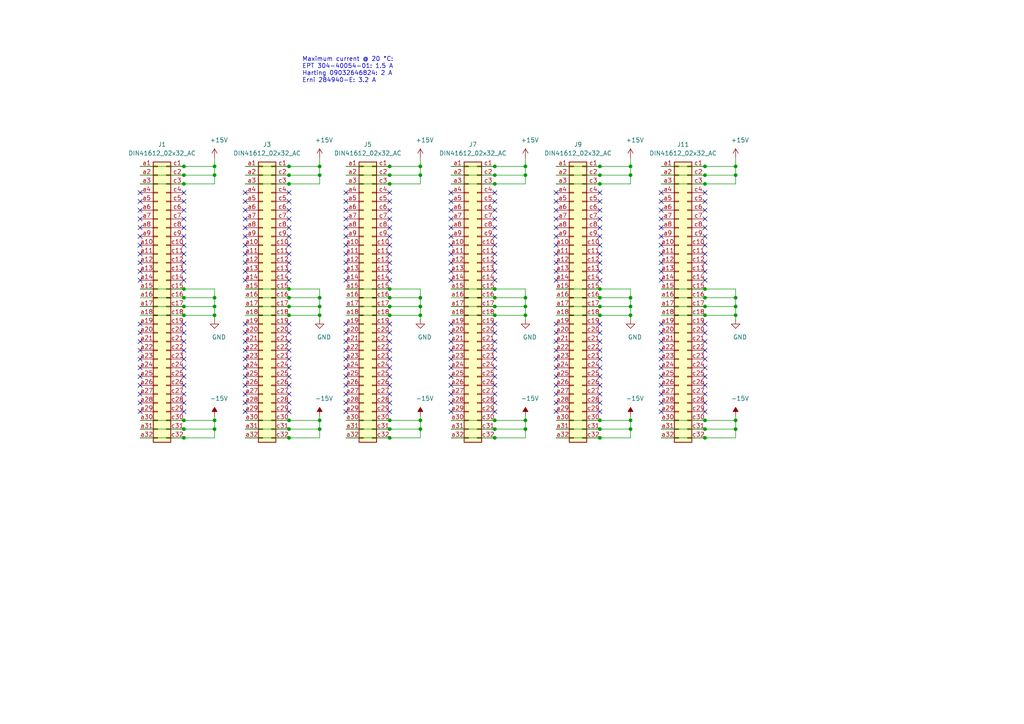
<source format=kicad_sch>
(kicad_sch (version 20230121) (generator eeschema)
  (paper "A4")
  (title_block (title "Fischer HB ME 14 DIN connector configuration") (date "2023-10-06") (rev "2.0.0") (comment 1 "Copyright (©) 2023, Patrick Baus <patrick.baus@physik.tu-darmstadt.de>") (comment 2 "Licensed under CERN OHL v.1.2"))
  (lib_symbols
    (symbol "Connector:DIN41612_02x32_AC" (pin_names (offset 1.016) hide)
      (property "Reference" "J" (at 1.27 40.64 0))
      (property "Value" "DIN41612_02x32_AC" (at 1.27 -43.18 0))
      (symbol "DIN41612_02x32_AC_1_1"
        (rectangle (start -1.27 -40.513) (end 0 -40.767) (stroke (width 0.1524)))
        (rectangle (start -1.27 -37.973) (end 0 -38.227) (stroke (width 0.1524)))
        (rectangle (start -1.27 -35.433) (end 0 -35.687) (stroke (width 0.1524)))
        (rectangle (start -1.27 -32.893) (end 0 -33.147) (stroke (width 0.1524)))
        (rectangle (start -1.27 -30.353) (end 0 -30.607) (stroke (width 0.1524)))
        (rectangle (start -1.27 -27.813) (end 0 -28.067) (stroke (width 0.1524)))
        (rectangle (start -1.27 -25.273) (end 0 -25.527) (stroke (width 0.1524)))
        (rectangle (start -1.27 -22.733) (end 0 -22.987) (stroke (width 0.1524)))
        (rectangle (start -1.27 -20.193) (end 0 -20.447) (stroke (width 0.1524)))
        (rectangle (start -1.27 -17.653) (end 0 -17.907) (stroke (width 0.1524)))
        (rectangle (start -1.27 -15.113) (end 0 -15.367) (stroke (width 0.1524)))
        (rectangle (start -1.27 -12.573) (end 0 -12.827) (stroke (width 0.1524)))
        (rectangle (start -1.27 -10.033) (end 0 -10.287) (stroke (width 0.1524)))
        (rectangle (start -1.27 -7.493) (end 0 -7.747) (stroke (width 0.1524)))
        (rectangle (start -1.27 -4.953) (end 0 -5.207) (stroke (width 0.1524)))
        (rectangle (start -1.27 -2.413) (end 0 -2.667) (stroke (width 0.1524)))
        (rectangle (start -1.27 0.127) (end 0 -0.127) (stroke (width 0.1524)))
        (rectangle (start -1.27 2.667) (end 0 2.413) (stroke (width 0.1524)))
        (rectangle (start -1.27 5.207) (end 0 4.953) (stroke (width 0.1524)))
        (rectangle (start -1.27 7.747) (end 0 7.493) (stroke (width 0.1524)))
        (rectangle (start -1.27 10.287) (end 0 10.033) (stroke (width 0.1524)))
        (rectangle (start -1.27 12.827) (end 0 12.573) (stroke (width 0.1524)))
        (rectangle (start -1.27 15.367) (end 0 15.113) (stroke (width 0.1524)))
        (rectangle (start -1.27 17.907) (end 0 17.653) (stroke (width 0.1524)))
        (rectangle (start -1.27 20.447) (end 0 20.193) (stroke (width 0.1524)))
        (rectangle (start -1.27 22.987) (end 0 22.733) (stroke (width 0.1524)))
        (rectangle (start -1.27 25.527) (end 0 25.273) (stroke (width 0.1524)))
        (rectangle (start -1.27 28.067) (end 0 27.813) (stroke (width 0.1524)))
        (rectangle (start -1.27 30.607) (end 0 30.353) (stroke (width 0.1524)))
        (rectangle (start -1.27 33.147) (end 0 32.893) (stroke (width 0.1524)))
        (rectangle (start -1.27 35.687) (end 0 35.433) (stroke (width 0.1524)))
        (rectangle (start -1.27 38.227) (end 0 37.973) (stroke (width 0.1524)))
        (rectangle (start -1.27 39.37) (end 3.81 -41.91) (stroke (width 0.254)) (fill (type background)))
        (rectangle (start 3.81 -40.513) (end 2.54 -40.767) (stroke (width 0.1524)))
        (rectangle (start 3.81 -37.973) (end 2.54 -38.227) (stroke (width 0.1524)))
        (rectangle (start 3.81 -35.433) (end 2.54 -35.687) (stroke (width 0.1524)))
        (rectangle (start 3.81 -32.893) (end 2.54 -33.147) (stroke (width 0.1524)))
        (rectangle (start 3.81 -30.353) (end 2.54 -30.607) (stroke (width 0.1524)))
        (rectangle (start 3.81 -27.813) (end 2.54 -28.067) (stroke (width 0.1524)))
        (rectangle (start 3.81 -25.273) (end 2.54 -25.527) (stroke (width 0.1524)))
        (rectangle (start 3.81 -22.733) (end 2.54 -22.987) (stroke (width 0.1524)))
        (rectangle (start 3.81 -20.193) (end 2.54 -20.447) (stroke (width 0.1524)))
        (rectangle (start 3.81 -17.653) (end 2.54 -17.907) (stroke (width 0.1524)))
        (rectangle (start 3.81 -15.113) (end 2.54 -15.367) (stroke (width 0.1524)))
        (rectangle (start 3.81 -12.573) (end 2.54 -12.827) (stroke (width 0.1524)))
        (rectangle (start 3.81 -10.033) (end 2.54 -10.287) (stroke (width 0.1524)))
        (rectangle (start 3.81 -7.493) (end 2.54 -7.747) (stroke (width 0.1524)))
        (rectangle (start 3.81 -4.953) (end 2.54 -5.207) (stroke (width 0.1524)))
        (rectangle (start 3.81 -2.413) (end 2.54 -2.667) (stroke (width 0.1524)))
        (rectangle (start 3.81 0.127) (end 2.54 -0.127) (stroke (width 0.1524)))
        (rectangle (start 3.81 2.667) (end 2.54 2.413) (stroke (width 0.1524)))
        (rectangle (start 3.81 5.207) (end 2.54 4.953) (stroke (width 0.1524)))
        (rectangle (start 3.81 7.747) (end 2.54 7.493) (stroke (width 0.1524)))
        (rectangle (start 3.81 10.287) (end 2.54 10.033) (stroke (width 0.1524)))
        (rectangle (start 3.81 12.827) (end 2.54 12.573) (stroke (width 0.1524)))
        (rectangle (start 3.81 15.367) (end 2.54 15.113) (stroke (width 0.1524)))
        (rectangle (start 3.81 17.907) (end 2.54 17.653) (stroke (width 0.1524)))
        (rectangle (start 3.81 20.447) (end 2.54 20.193) (stroke (width 0.1524)))
        (rectangle (start 3.81 22.987) (end 2.54 22.733) (stroke (width 0.1524)))
        (rectangle (start 3.81 25.527) (end 2.54 25.273) (stroke (width 0.1524)))
        (rectangle (start 3.81 28.067) (end 2.54 27.813) (stroke (width 0.1524)))
        (rectangle (start 3.81 30.607) (end 2.54 30.353) (stroke (width 0.1524)))
        (rectangle (start 3.81 33.147) (end 2.54 32.893) (stroke (width 0.1524)))
        (rectangle (start 3.81 35.687) (end 2.54 35.433) (stroke (width 0.1524)))
        (rectangle (start 3.81 38.227) (end 2.54 37.973) (stroke (width 0.1524)))
        (pin passive line (at -5.08 38.1 0) (length 3.81) (name "Pin_a1") (number "a1"))
        (pin passive line (at -5.08 15.24 0) (length 3.81) (name "Pin_a10") (number "a10"))
        (pin passive line (at -5.08 12.7 0) (length 3.81) (name "Pin_a11") (number "a11"))
        (pin passive line (at -5.08 10.16 0) (length 3.81) (name "Pin_a12") (number "a12"))
        (pin passive line (at -5.08 7.62 0) (length 3.81) (name "Pin_a13") (number "a13"))
        (pin passive line (at -5.08 5.08 0) (length 3.81) (name "Pin_a14") (number "a14"))
        (pin passive line (at -5.08 2.54 0) (length 3.81) (name "Pin_a15") (number "a15"))
        (pin passive line (at -5.08 0 0) (length 3.81) (name "Pin_a16") (number "a16"))
        (pin passive line (at -5.08 -2.54 0) (length 3.81) (name "Pin_a17") (number "a17"))
        (pin passive line (at -5.08 -5.08 0) (length 3.81) (name "Pin_a18") (number "a18"))
        (pin passive line (at -5.08 -7.62 0) (length 3.81) (name "Pin_a19") (number "a19"))
        (pin passive line (at -5.08 35.56 0) (length 3.81) (name "Pin_a2") (number "a2"))
        (pin passive line (at -5.08 -10.16 0) (length 3.81) (name "Pin_a20") (number "a20"))
        (pin passive line (at -5.08 -12.7 0) (length 3.81) (name "Pin_a21") (number "a21"))
        (pin passive line (at -5.08 -15.24 0) (length 3.81) (name "Pin_a22") (number "a22"))
        (pin passive line (at -5.08 -17.78 0) (length 3.81) (name "Pin_a23") (number "a23"))
        (pin passive line (at -5.08 -20.32 0) (length 3.81) (name "Pin_a24") (number "a24"))
        (pin passive line (at -5.08 -22.86 0) (length 3.81) (name "Pin_a25") (number "a25"))
        (pin passive line (at -5.08 -25.4 0) (length 3.81) (name "Pin_a26") (number "a26"))
        (pin passive line (at -5.08 -27.94 0) (length 3.81) (name "Pin_a27") (number "a27"))
        (pin passive line (at -5.08 -30.48 0) (length 3.81) (name "Pin_a28") (number "a28"))
        (pin passive line (at -5.08 -33.02 0) (length 3.81) (name "Pin_a29") (number "a29"))
        (pin passive line (at -5.08 33.02 0) (length 3.81) (name "Pin_a3") (number "a3"))
        (pin passive line (at -5.08 -35.56 0) (length 3.81) (name "Pin_a30") (number "a30"))
        (pin passive line (at -5.08 -38.1 0) (length 3.81) (name "Pin_a31") (number "a31"))
        (pin passive line (at -5.08 -40.64 0) (length 3.81) (name "Pin_a32") (number "a32"))
        (pin passive line (at -5.08 30.48 0) (length 3.81) (name "Pin_a4") (number "a4"))
        (pin passive line (at -5.08 27.94 0) (length 3.81) (name "Pin_a5") (number "a5"))
        (pin passive line (at -5.08 25.4 0) (length 3.81) (name "Pin_a6") (number "a6"))
        (pin passive line (at -5.08 22.86 0) (length 3.81) (name "Pin_a7") (number "a7"))
        (pin passive line (at -5.08 20.32 0) (length 3.81) (name "Pin_a8") (number "a8"))
        (pin passive line (at -5.08 17.78 0) (length 3.81) (name "Pin_a9") (number "a9"))
        (pin passive line (at 7.62 38.1 180) (length 3.81) (name "Pin_c1") (number "c1"))
        (pin passive line (at 7.62 15.24 180) (length 3.81) (name "Pin_c10") (number "c10"))
        (pin passive line (at 7.62 12.7 180) (length 3.81) (name "Pin_c11") (number "c11"))
        (pin passive line (at 7.62 10.16 180) (length 3.81) (name "Pin_c12") (number "c12"))
        (pin passive line (at 7.62 7.62 180) (length 3.81) (name "Pin_c13") (number "c13"))
        (pin passive line (at 7.62 5.08 180) (length 3.81) (name "Pin_c14") (number "c14"))
        (pin passive line (at 7.62 2.54 180) (length 3.81) (name "Pin_c15") (number "c15"))
        (pin passive line (at 7.62 0 180) (length 3.81) (name "Pin_c16") (number "c16"))
        (pin passive line (at 7.62 -2.54 180) (length 3.81) (name "Pin_c17") (number "c17"))
        (pin passive line (at 7.62 -5.08 180) (length 3.81) (name "Pin_c18") (number "c18"))
        (pin passive line (at 7.62 -7.62 180) (length 3.81) (name "Pin_c19") (number "c19"))
        (pin passive line (at 7.62 35.56 180) (length 3.81) (name "Pin_c2") (number "c2"))
        (pin passive line (at 7.62 -10.16 180) (length 3.81) (name "Pin_c20") (number "c20"))
        (pin passive line (at 7.62 -12.7 180) (length 3.81) (name "Pin_c21") (number "c21"))
        (pin passive line (at 7.62 -15.24 180) (length 3.81) (name "Pin_c22") (number "c22"))
        (pin passive line (at 7.62 -17.78 180) (length 3.81) (name "Pin_c23") (number "c23"))
        (pin passive line (at 7.62 -20.32 180) (length 3.81) (name "Pin_c24") (number "c24"))
        (pin passive line (at 7.62 -22.86 180) (length 3.81) (name "Pin_c25") (number "c25"))
        (pin passive line (at 7.62 -25.4 180) (length 3.81) (name "Pin_c26") (number "c26"))
        (pin passive line (at 7.62 -27.94 180) (length 3.81) (name "Pin_c27") (number "c27"))
        (pin passive line (at 7.62 -30.48 180) (length 3.81) (name "Pin_c28") (number "c28"))
        (pin passive line (at 7.62 -33.02 180) (length 3.81) (name "Pin_c29") (number "c29"))
        (pin passive line (at 7.62 33.02 180) (length 3.81) (name "Pin_c3") (number "c3"))
        (pin passive line (at 7.62 -35.56 180) (length 3.81) (name "Pin_c30") (number "c30"))
        (pin passive line (at 7.62 -38.1 180) (length 3.81) (name "Pin_c31") (number "c31"))
        (pin passive line (at 7.62 -40.64 180) (length 3.81) (name "Pin_c32") (number "c32"))
        (pin passive line (at 7.62 30.48 180) (length 3.81) (name "Pin_c4") (number "c4"))
        (pin passive line (at 7.62 27.94 180) (length 3.81) (name "Pin_c5") (number "c5"))
        (pin passive line (at 7.62 25.4 180) (length 3.81) (name "Pin_c6") (number "c6"))
        (pin passive line (at 7.62 22.86 180) (length 3.81) (name "Pin_c7") (number "c7"))
        (pin passive line (at 7.62 20.32 180) (length 3.81) (name "Pin_c8") (number "c8"))
        (pin passive line (at 7.62 17.78 180) (length 3.81) (name "Pin_c9") (number "c9"))
      )
    )
    (symbol "power:+15V" (power) (pin_names (offset 0))
      (property "Value" "+15V" (at 0 3.556 0))
      (symbol "+15V_0_1"
        (polyline (pts (xy -0.762 1.27) (xy 0 2.54)))
        (polyline (pts (xy 0 0) (xy 0 2.54)))
        (polyline (pts (xy 0 2.54) (xy 0.762 1.27)))
      )
      (symbol "+15V_1_1"
        (pin power_in line (at 0 0 90) (length 0) hide (name "+15V") (number "1"))
      )
    )
    (symbol "power:-15V" (power) (pin_names (offset 0))
      (property "Value" "-15V" (at 0 3.81 0))
      (symbol "-15V_0_0"
        (pin power_in line (at 0 0 90) (length 0) hide (name "-15V") (number "1"))
      )
      (symbol "-15V_0_1"
        (polyline (pts (xy 0 0) (xy 0 1.27) (xy 0.762 1.27) (xy 0 2.54) (xy -0.762 1.27) (xy 0 1.27)) (fill (type outline)))
      )
    )
    (symbol "power:GND" (power) (pin_names (offset 0))
      (property "Value" "GND" (at 0 -3.81 0))
      (symbol "GND_0_1"
        (polyline (pts (xy 0 0) (xy 0 -1.27) (xy 1.27 -1.27) (xy 0 -2.54) (xy -1.27 -1.27) (xy 0 -1.27)))
      )
      (symbol "GND_1_1"
        (pin power_in line (at 0 0 270) (length 0) hide (name "GND") (number "1"))
      )
    )
  )
  (junction (at 143.51 121.92))
  (junction (at 173.99 83.82))
  (junction (at 53.34 83.82))
  (junction (at 113.03 121.92))
  (junction (at 53.34 53.34))
  (junction (at 62.23 48.26))
  (junction (at 83.82 91.44))
  (junction (at 53.34 48.26))
  (junction (at 173.99 124.46))
  (junction (at 83.82 88.9))
  (junction (at 204.47 121.92))
  (junction (at 121.92 124.46))
  (junction (at 204.47 83.82))
  (junction (at 62.23 86.36))
  (junction (at 92.71 121.92))
  (junction (at 92.71 86.36))
  (junction (at 204.47 53.34))
  (junction (at 143.51 50.8))
  (junction (at 113.03 88.9))
  (junction (at 182.88 91.44))
  (junction (at 121.92 91.44))
  (junction (at 53.34 88.9))
  (junction (at 113.03 124.46))
  (junction (at 143.51 83.82))
  (junction (at 152.4 121.92))
  (junction (at 113.03 86.36))
  (junction (at 143.51 53.34))
  (junction (at 204.47 88.9))
  (junction (at 83.82 127))
  (junction (at 53.34 127))
  (junction (at 92.71 48.26))
  (junction (at 62.23 88.9))
  (junction (at 152.4 48.26))
  (junction (at 152.4 86.36))
  (junction (at 62.23 50.8))
  (junction (at 143.51 88.9))
  (junction (at 173.99 50.8))
  (junction (at 53.34 86.36))
  (junction (at 113.03 127))
  (junction (at 83.82 53.34))
  (junction (at 173.99 127))
  (junction (at 204.47 124.46))
  (junction (at 152.4 50.8))
  (junction (at 62.23 91.44))
  (junction (at 152.4 91.44))
  (junction (at 53.34 124.46))
  (junction (at 182.88 124.46))
  (junction (at 152.4 88.9))
  (junction (at 121.92 50.8))
  (junction (at 213.36 48.26))
  (junction (at 213.36 50.8))
  (junction (at 213.36 86.36))
  (junction (at 204.47 50.8))
  (junction (at 152.4 124.46))
  (junction (at 143.51 48.26))
  (junction (at 143.51 86.36))
  (junction (at 113.03 50.8))
  (junction (at 121.92 88.9))
  (junction (at 83.82 124.46))
  (junction (at 173.99 48.26))
  (junction (at 143.51 91.44))
  (junction (at 204.47 91.44))
  (junction (at 173.99 88.9))
  (junction (at 92.71 91.44))
  (junction (at 121.92 48.26))
  (junction (at 143.51 127))
  (junction (at 92.71 124.46))
  (junction (at 204.47 48.26))
  (junction (at 83.82 121.92))
  (junction (at 113.03 53.34))
  (junction (at 182.88 121.92))
  (junction (at 83.82 83.82))
  (junction (at 62.23 124.46))
  (junction (at 182.88 88.9))
  (junction (at 121.92 121.92))
  (junction (at 182.88 50.8))
  (junction (at 173.99 86.36))
  (junction (at 204.47 86.36))
  (junction (at 113.03 83.82))
  (junction (at 213.36 88.9))
  (junction (at 53.34 50.8))
  (junction (at 83.82 50.8))
  (junction (at 213.36 121.92))
  (junction (at 53.34 121.92))
  (junction (at 182.88 48.26))
  (junction (at 173.99 91.44))
  (junction (at 113.03 48.26))
  (junction (at 53.34 91.44))
  (junction (at 182.88 86.36))
  (junction (at 62.23 121.92))
  (junction (at 113.03 91.44))
  (junction (at 173.99 121.92))
  (junction (at 143.51 124.46))
  (junction (at 83.82 48.26))
  (junction (at 92.71 88.9))
  (junction (at 213.36 91.44))
  (junction (at 83.82 86.36))
  (junction (at 121.92 86.36))
  (junction (at 173.99 53.34))
  (junction (at 92.71 50.8))
  (junction (at 213.36 124.46))
  (junction (at 204.47 127))
  (no_connect (at 143.51 63.5))
  (no_connect (at 53.34 104.14))
  (no_connect (at 161.29 73.66))
  (no_connect (at 173.99 116.84))
  (no_connect (at 83.82 119.38))
  (no_connect (at 53.34 109.22))
  (no_connect (at 143.51 66.04))
  (no_connect (at 130.81 104.14))
  (no_connect (at 130.81 101.6))
  (no_connect (at 83.82 55.88))
  (no_connect (at 191.77 78.74))
  (no_connect (at 100.33 116.84))
  (no_connect (at 53.34 78.74))
  (no_connect (at 53.34 96.52))
  (no_connect (at 191.77 114.3))
  (no_connect (at 173.99 119.38))
  (no_connect (at 161.29 96.52))
  (no_connect (at 100.33 55.88))
  (no_connect (at 100.33 71.12))
  (no_connect (at 71.12 78.74))
  (no_connect (at 130.81 114.3))
  (no_connect (at 191.77 81.28))
  (no_connect (at 130.81 60.96))
  (no_connect (at 173.99 63.5))
  (no_connect (at 83.82 81.28))
  (no_connect (at 143.51 58.42))
  (no_connect (at 71.12 101.6))
  (no_connect (at 204.47 106.68))
  (no_connect (at 161.29 111.76))
  (no_connect (at 83.82 73.66))
  (no_connect (at 143.51 99.06))
  (no_connect (at 40.64 81.28))
  (no_connect (at 53.34 114.3))
  (no_connect (at 83.82 68.58))
  (no_connect (at 71.12 55.88))
  (no_connect (at 191.77 119.38))
  (no_connect (at 53.34 71.12))
  (no_connect (at 191.77 76.2))
  (no_connect (at 161.29 119.38))
  (no_connect (at 40.64 114.3))
  (no_connect (at 83.82 101.6))
  (no_connect (at 53.34 93.98))
  (no_connect (at 173.99 101.6))
  (no_connect (at 113.03 101.6))
  (no_connect (at 204.47 114.3))
  (no_connect (at 161.29 76.2))
  (no_connect (at 143.51 60.96))
  (no_connect (at 191.77 104.14))
  (no_connect (at 71.12 104.14))
  (no_connect (at 40.64 101.6))
  (no_connect (at 83.82 78.74))
  (no_connect (at 100.33 104.14))
  (no_connect (at 71.12 81.28))
  (no_connect (at 191.77 66.04))
  (no_connect (at 173.99 109.22))
  (no_connect (at 100.33 73.66))
  (no_connect (at 130.81 66.04))
  (no_connect (at 71.12 71.12))
  (no_connect (at 113.03 71.12))
  (no_connect (at 40.64 78.74))
  (no_connect (at 143.51 71.12))
  (no_connect (at 113.03 114.3))
  (no_connect (at 113.03 55.88))
  (no_connect (at 204.47 63.5))
  (no_connect (at 161.29 63.5))
  (no_connect (at 161.29 71.12))
  (no_connect (at 113.03 93.98))
  (no_connect (at 113.03 73.66))
  (no_connect (at 143.51 81.28))
  (no_connect (at 143.51 101.6))
  (no_connect (at 100.33 66.04))
  (no_connect (at 130.81 109.22))
  (no_connect (at 53.34 73.66))
  (no_connect (at 100.33 93.98))
  (no_connect (at 71.12 99.06))
  (no_connect (at 40.64 104.14))
  (no_connect (at 53.34 119.38))
  (no_connect (at 83.82 71.12))
  (no_connect (at 100.33 119.38))
  (no_connect (at 113.03 104.14))
  (no_connect (at 173.99 114.3))
  (no_connect (at 191.77 101.6))
  (no_connect (at 71.12 60.96))
  (no_connect (at 71.12 58.42))
  (no_connect (at 191.77 116.84))
  (no_connect (at 191.77 96.52))
  (no_connect (at 113.03 68.58))
  (no_connect (at 204.47 76.2))
  (no_connect (at 130.81 81.28))
  (no_connect (at 191.77 68.58))
  (no_connect (at 130.81 73.66))
  (no_connect (at 161.29 109.22))
  (no_connect (at 161.29 106.68))
  (no_connect (at 204.47 104.14))
  (no_connect (at 161.29 66.04))
  (no_connect (at 143.51 68.58))
  (no_connect (at 100.33 96.52))
  (no_connect (at 113.03 109.22))
  (no_connect (at 53.34 99.06))
  (no_connect (at 130.81 68.58))
  (no_connect (at 161.29 55.88))
  (no_connect (at 40.64 73.66))
  (no_connect (at 40.64 71.12))
  (no_connect (at 173.99 73.66))
  (no_connect (at 40.64 76.2))
  (no_connect (at 130.81 119.38))
  (no_connect (at 143.51 55.88))
  (no_connect (at 191.77 109.22))
  (no_connect (at 53.34 81.28))
  (no_connect (at 100.33 68.58))
  (no_connect (at 173.99 99.06))
  (no_connect (at 143.51 96.52))
  (no_connect (at 83.82 93.98))
  (no_connect (at 100.33 58.42))
  (no_connect (at 130.81 63.5))
  (no_connect (at 40.64 119.38))
  (no_connect (at 204.47 111.76))
  (no_connect (at 130.81 55.88))
  (no_connect (at 71.12 73.66))
  (no_connect (at 71.12 111.76))
  (no_connect (at 40.64 99.06))
  (no_connect (at 53.34 116.84))
  (no_connect (at 173.99 76.2))
  (no_connect (at 173.99 93.98))
  (no_connect (at 143.51 114.3))
  (no_connect (at 173.99 78.74))
  (no_connect (at 130.81 96.52))
  (no_connect (at 40.64 68.58))
  (no_connect (at 204.47 99.06))
  (no_connect (at 113.03 60.96))
  (no_connect (at 53.34 58.42))
  (no_connect (at 53.34 101.6))
  (no_connect (at 143.51 93.98))
  (no_connect (at 130.81 78.74))
  (no_connect (at 130.81 71.12))
  (no_connect (at 191.77 106.68))
  (no_connect (at 204.47 96.52))
  (no_connect (at 40.64 111.76))
  (no_connect (at 71.12 119.38))
  (no_connect (at 173.99 71.12))
  (no_connect (at 113.03 111.76))
  (no_connect (at 173.99 81.28))
  (no_connect (at 113.03 58.42))
  (no_connect (at 130.81 93.98))
  (no_connect (at 130.81 111.76))
  (no_connect (at 71.12 68.58))
  (no_connect (at 204.47 55.88))
  (no_connect (at 83.82 96.52))
  (no_connect (at 161.29 81.28))
  (no_connect (at 204.47 109.22))
  (no_connect (at 161.29 101.6))
  (no_connect (at 100.33 101.6))
  (no_connect (at 204.47 58.42))
  (no_connect (at 161.29 114.3))
  (no_connect (at 40.64 106.68))
  (no_connect (at 161.29 68.58))
  (no_connect (at 143.51 111.76))
  (no_connect (at 53.34 68.58))
  (no_connect (at 161.29 116.84))
  (no_connect (at 191.77 99.06))
  (no_connect (at 71.12 116.84))
  (no_connect (at 191.77 55.88))
  (no_connect (at 161.29 78.74))
  (no_connect (at 113.03 116.84))
  (no_connect (at 100.33 114.3))
  (no_connect (at 83.82 66.04))
  (no_connect (at 204.47 101.6))
  (no_connect (at 191.77 63.5))
  (no_connect (at 161.29 58.42))
  (no_connect (at 204.47 60.96))
  (no_connect (at 191.77 60.96))
  (no_connect (at 143.51 109.22))
  (no_connect (at 113.03 96.52))
  (no_connect (at 53.34 63.5))
  (no_connect (at 83.82 111.76))
  (no_connect (at 71.12 114.3))
  (no_connect (at 204.47 73.66))
  (no_connect (at 191.77 93.98))
  (no_connect (at 83.82 116.84))
  (no_connect (at 100.33 111.76))
  (no_connect (at 191.77 71.12))
  (no_connect (at 204.47 78.74))
  (no_connect (at 53.34 60.96))
  (no_connect (at 130.81 106.68))
  (no_connect (at 71.12 106.68))
  (no_connect (at 40.64 66.04))
  (no_connect (at 53.34 55.88))
  (no_connect (at 100.33 60.96))
  (no_connect (at 130.81 116.84))
  (no_connect (at 113.03 99.06))
  (no_connect (at 40.64 93.98))
  (no_connect (at 191.77 111.76))
  (no_connect (at 40.64 58.42))
  (no_connect (at 71.12 63.5))
  (no_connect (at 53.34 106.68))
  (no_connect (at 191.77 73.66))
  (no_connect (at 173.99 66.04))
  (no_connect (at 71.12 93.98))
  (no_connect (at 113.03 106.68))
  (no_connect (at 204.47 93.98))
  (no_connect (at 113.03 76.2))
  (no_connect (at 100.33 63.5))
  (no_connect (at 113.03 81.28))
  (no_connect (at 83.82 60.96))
  (no_connect (at 113.03 78.74))
  (no_connect (at 53.34 66.04))
  (no_connect (at 143.51 78.74))
  (no_connect (at 161.29 104.14))
  (no_connect (at 173.99 111.76))
  (no_connect (at 71.12 96.52))
  (no_connect (at 100.33 78.74))
  (no_connect (at 130.81 99.06))
  (no_connect (at 100.33 81.28))
  (no_connect (at 191.77 58.42))
  (no_connect (at 71.12 66.04))
  (no_connect (at 53.34 76.2))
  (no_connect (at 100.33 106.68))
  (no_connect (at 83.82 104.14))
  (no_connect (at 161.29 60.96))
  (no_connect (at 143.51 76.2))
  (no_connect (at 71.12 76.2))
  (no_connect (at 173.99 96.52))
  (no_connect (at 83.82 114.3))
  (no_connect (at 40.64 96.52))
  (no_connect (at 40.64 109.22))
  (no_connect (at 113.03 119.38))
  (no_connect (at 83.82 106.68))
  (no_connect (at 113.03 63.5))
  (no_connect (at 40.64 63.5))
  (no_connect (at 143.51 116.84))
  (no_connect (at 40.64 55.88))
  (no_connect (at 143.51 73.66))
  (no_connect (at 100.33 99.06))
  (no_connect (at 71.12 109.22))
  (no_connect (at 204.47 66.04))
  (no_connect (at 143.51 104.14))
  (no_connect (at 83.82 63.5))
  (no_connect (at 83.82 76.2))
  (no_connect (at 204.47 71.12))
  (no_connect (at 53.34 111.76))
  (no_connect (at 173.99 104.14))
  (no_connect (at 130.81 58.42))
  (no_connect (at 40.64 60.96))
  (no_connect (at 83.82 99.06))
  (no_connect (at 130.81 76.2))
  (no_connect (at 204.47 116.84))
  (no_connect (at 173.99 106.68))
  (no_connect (at 173.99 55.88))
  (no_connect (at 83.82 58.42))
  (no_connect (at 204.47 68.58))
  (no_connect (at 173.99 58.42))
  (no_connect (at 173.99 68.58))
  (no_connect (at 161.29 93.98))
  (no_connect (at 83.82 109.22))
  (no_connect (at 143.51 119.38))
  (no_connect (at 173.99 60.96))
  (no_connect (at 113.03 66.04))
  (no_connect (at 100.33 109.22))
  (no_connect (at 204.47 81.28))
  (no_connect (at 204.47 119.38))
  (no_connect (at 143.51 106.68))
  (no_connect (at 161.29 99.06))
  (no_connect (at 100.33 76.2))
  (no_connect (at 40.64 116.84))
  (wire (pts (xy 161.29 83.82) (xy 173.99 83.82)))
  (wire (pts (xy 161.29 121.92) (xy 173.99 121.92)))
  (wire (pts (xy 213.36 50.8) (xy 213.36 53.34)))
  (wire (pts (xy 62.23 86.36) (xy 62.23 88.9)))
  (wire (pts (xy 83.82 127) (xy 92.71 127)))
  (wire (pts (xy 204.47 121.92) (xy 213.36 121.92)))
  (wire (pts (xy 53.34 53.34) (xy 62.23 53.34)))
  (wire (pts (xy 113.03 127) (xy 121.92 127)))
  (wire (pts (xy 40.64 88.9) (xy 53.34 88.9)))
  (wire (pts (xy 121.92 91.44) (xy 121.92 92.71)))
  (wire (pts (xy 92.71 45.72) (xy 92.71 48.26)))
  (wire (pts (xy 130.81 53.34) (xy 143.51 53.34)))
  (wire (pts (xy 191.77 50.8) (xy 204.47 50.8)))
  (wire (pts (xy 92.71 88.9) (xy 92.71 91.44)))
  (wire (pts (xy 191.77 91.44) (xy 204.47 91.44)))
  (wire (pts (xy 83.82 91.44) (xy 92.71 91.44)))
  (wire (pts (xy 92.71 48.26) (xy 92.71 50.8)))
  (wire (pts (xy 191.77 86.36) (xy 204.47 86.36)))
  (wire (pts (xy 152.4 88.9) (xy 152.4 91.44)))
  (wire (pts (xy 100.33 83.82) (xy 113.03 83.82)))
  (wire (pts (xy 152.4 121.92) (xy 152.4 124.46)))
  (wire (pts (xy 71.12 124.46) (xy 83.82 124.46)))
  (wire (pts (xy 130.81 121.92) (xy 143.51 121.92)))
  (wire (pts (xy 182.88 50.8) (xy 182.88 53.34)))
  (wire (pts (xy 71.12 88.9) (xy 83.82 88.9)))
  (wire (pts (xy 71.12 83.82) (xy 83.82 83.82)))
  (wire (pts (xy 92.71 120.65) (xy 92.71 121.92)))
  (wire (pts (xy 130.81 83.82) (xy 143.51 83.82)))
  (wire (pts (xy 40.64 48.26) (xy 53.34 48.26)))
  (wire (pts (xy 204.47 48.26) (xy 213.36 48.26)))
  (wire (pts (xy 113.03 91.44) (xy 121.92 91.44)))
  (wire (pts (xy 161.29 86.36) (xy 173.99 86.36)))
  (wire (pts (xy 161.29 48.26) (xy 173.99 48.26)))
  (wire (pts (xy 92.71 86.36) (xy 92.71 88.9)))
  (wire (pts (xy 152.4 124.46) (xy 152.4 127)))
  (wire (pts (xy 204.47 91.44) (xy 213.36 91.44)))
  (wire (pts (xy 53.34 48.26) (xy 62.23 48.26)))
  (wire (pts (xy 143.51 86.36) (xy 152.4 86.36)))
  (wire (pts (xy 182.88 45.72) (xy 182.88 48.26)))
  (wire (pts (xy 40.64 86.36) (xy 53.34 86.36)))
  (wire (pts (xy 83.82 121.92) (xy 92.71 121.92)))
  (wire (pts (xy 182.88 91.44) (xy 182.88 92.71)))
  (wire (pts (xy 143.51 53.34) (xy 152.4 53.34)))
  (wire (pts (xy 121.92 50.8) (xy 121.92 53.34)))
  (wire (pts (xy 100.33 86.36) (xy 113.03 86.36)))
  (wire (pts (xy 204.47 127) (xy 213.36 127)))
  (wire (pts (xy 143.51 48.26) (xy 152.4 48.26)))
  (wire (pts (xy 40.64 91.44) (xy 53.34 91.44)))
  (wire (pts (xy 92.71 50.8) (xy 92.71 53.34)))
  (wire (pts (xy 161.29 91.44) (xy 173.99 91.44)))
  (wire (pts (xy 182.88 86.36) (xy 182.88 88.9)))
  (wire (pts (xy 152.4 45.72) (xy 152.4 48.26)))
  (wire (pts (xy 204.47 86.36) (xy 213.36 86.36)))
  (wire (pts (xy 71.12 53.34) (xy 83.82 53.34)))
  (wire (pts (xy 92.71 91.44) (xy 92.71 92.71)))
  (wire (pts (xy 182.88 120.65) (xy 182.88 121.92)))
  (wire (pts (xy 130.81 48.26) (xy 143.51 48.26)))
  (wire (pts (xy 191.77 121.92) (xy 204.47 121.92)))
  (wire (pts (xy 204.47 124.46) (xy 213.36 124.46)))
  (wire (pts (xy 71.12 127) (xy 83.82 127)))
  (wire (pts (xy 40.64 83.82) (xy 53.34 83.82)))
  (wire (pts (xy 62.23 120.65) (xy 62.23 121.92)))
  (wire (pts (xy 152.4 120.65) (xy 152.4 121.92)))
  (wire (pts (xy 213.36 83.82) (xy 213.36 86.36)))
  (wire (pts (xy 204.47 83.82) (xy 213.36 83.82)))
  (wire (pts (xy 100.33 48.26) (xy 113.03 48.26)))
  (wire (pts (xy 113.03 50.8) (xy 121.92 50.8)))
  (wire (pts (xy 173.99 50.8) (xy 182.88 50.8)))
  (wire (pts (xy 121.92 124.46) (xy 121.92 127)))
  (wire (pts (xy 173.99 53.34) (xy 182.88 53.34)))
  (wire (pts (xy 40.64 50.8) (xy 53.34 50.8)))
  (wire (pts (xy 143.51 124.46) (xy 152.4 124.46)))
  (wire (pts (xy 213.36 48.26) (xy 213.36 50.8)))
  (wire (pts (xy 83.82 53.34) (xy 92.71 53.34)))
  (wire (pts (xy 204.47 50.8) (xy 213.36 50.8)))
  (wire (pts (xy 121.92 45.72) (xy 121.92 48.26)))
  (wire (pts (xy 100.33 91.44) (xy 113.03 91.44)))
  (wire (pts (xy 83.82 124.46) (xy 92.71 124.46)))
  (wire (pts (xy 173.99 86.36) (xy 182.88 86.36)))
  (wire (pts (xy 40.64 124.46) (xy 53.34 124.46)))
  (wire (pts (xy 53.34 91.44) (xy 62.23 91.44)))
  (wire (pts (xy 130.81 91.44) (xy 143.51 91.44)))
  (wire (pts (xy 62.23 45.72) (xy 62.23 48.26)))
  (wire (pts (xy 113.03 53.34) (xy 121.92 53.34)))
  (wire (pts (xy 182.88 121.92) (xy 182.88 124.46)))
  (wire (pts (xy 83.82 48.26) (xy 92.71 48.26)))
  (wire (pts (xy 152.4 86.36) (xy 152.4 88.9)))
  (wire (pts (xy 173.99 48.26) (xy 182.88 48.26)))
  (wire (pts (xy 83.82 86.36) (xy 92.71 86.36)))
  (wire (pts (xy 62.23 48.26) (xy 62.23 50.8)))
  (wire (pts (xy 100.33 53.34) (xy 113.03 53.34)))
  (wire (pts (xy 191.77 83.82) (xy 204.47 83.82)))
  (wire (pts (xy 130.81 88.9) (xy 143.51 88.9)))
  (wire (pts (xy 161.29 88.9) (xy 173.99 88.9)))
  (wire (pts (xy 71.12 121.92) (xy 83.82 121.92)))
  (wire (pts (xy 62.23 88.9) (xy 62.23 91.44)))
  (wire (pts (xy 161.29 53.34) (xy 173.99 53.34)))
  (wire (pts (xy 213.36 86.36) (xy 213.36 88.9)))
  (wire (pts (xy 152.4 48.26) (xy 152.4 50.8)))
  (wire (pts (xy 182.88 88.9) (xy 182.88 91.44)))
  (wire (pts (xy 191.77 127) (xy 204.47 127)))
  (wire (pts (xy 173.99 124.46) (xy 182.88 124.46)))
  (wire (pts (xy 152.4 91.44) (xy 152.4 92.71)))
  (wire (pts (xy 213.36 91.44) (xy 213.36 92.71)))
  (wire (pts (xy 100.33 121.92) (xy 113.03 121.92)))
  (wire (pts (xy 173.99 121.92) (xy 182.88 121.92)))
  (wire (pts (xy 100.33 124.46) (xy 113.03 124.46)))
  (wire (pts (xy 71.12 86.36) (xy 83.82 86.36)))
  (wire (pts (xy 121.92 88.9) (xy 121.92 91.44)))
  (wire (pts (xy 40.64 53.34) (xy 53.34 53.34)))
  (wire (pts (xy 71.12 91.44) (xy 83.82 91.44)))
  (wire (pts (xy 62.23 121.92) (xy 62.23 124.46)))
  (wire (pts (xy 62.23 124.46) (xy 62.23 127)))
  (wire (pts (xy 121.92 86.36) (xy 121.92 88.9)))
  (wire (pts (xy 40.64 121.92) (xy 53.34 121.92)))
  (wire (pts (xy 100.33 50.8) (xy 113.03 50.8)))
  (wire (pts (xy 71.12 50.8) (xy 83.82 50.8)))
  (wire (pts (xy 182.88 83.82) (xy 182.88 86.36)))
  (wire (pts (xy 71.12 48.26) (xy 83.82 48.26)))
  (wire (pts (xy 213.36 88.9) (xy 213.36 91.44)))
  (wire (pts (xy 152.4 83.82) (xy 152.4 86.36)))
  (wire (pts (xy 152.4 50.8) (xy 152.4 53.34)))
  (wire (pts (xy 161.29 50.8) (xy 173.99 50.8)))
  (wire (pts (xy 143.51 127) (xy 152.4 127)))
  (wire (pts (xy 92.71 121.92) (xy 92.71 124.46)))
  (wire (pts (xy 143.51 91.44) (xy 152.4 91.44)))
  (wire (pts (xy 213.36 45.72) (xy 213.36 48.26)))
  (wire (pts (xy 53.34 83.82) (xy 62.23 83.82)))
  (wire (pts (xy 213.36 124.46) (xy 213.36 127)))
  (wire (pts (xy 143.51 83.82) (xy 152.4 83.82)))
  (wire (pts (xy 121.92 121.92) (xy 121.92 124.46)))
  (wire (pts (xy 121.92 83.82) (xy 121.92 86.36)))
  (wire (pts (xy 83.82 50.8) (xy 92.71 50.8)))
  (wire (pts (xy 113.03 86.36) (xy 121.92 86.36)))
  (wire (pts (xy 83.82 88.9) (xy 92.71 88.9)))
  (wire (pts (xy 182.88 124.46) (xy 182.88 127)))
  (wire (pts (xy 161.29 127) (xy 173.99 127)))
  (wire (pts (xy 143.51 88.9) (xy 152.4 88.9)))
  (wire (pts (xy 173.99 83.82) (xy 182.88 83.82)))
  (wire (pts (xy 83.82 83.82) (xy 92.71 83.82)))
  (wire (pts (xy 161.29 124.46) (xy 173.99 124.46)))
  (wire (pts (xy 121.92 48.26) (xy 121.92 50.8)))
  (wire (pts (xy 173.99 127) (xy 182.88 127)))
  (wire (pts (xy 130.81 86.36) (xy 143.51 86.36)))
  (wire (pts (xy 191.77 48.26) (xy 204.47 48.26)))
  (wire (pts (xy 113.03 88.9) (xy 121.92 88.9)))
  (wire (pts (xy 130.81 50.8) (xy 143.51 50.8)))
  (wire (pts (xy 182.88 48.26) (xy 182.88 50.8)))
  (wire (pts (xy 40.64 127) (xy 53.34 127)))
  (wire (pts (xy 191.77 124.46) (xy 204.47 124.46)))
  (wire (pts (xy 173.99 91.44) (xy 182.88 91.44)))
  (wire (pts (xy 113.03 121.92) (xy 121.92 121.92)))
  (wire (pts (xy 121.92 120.65) (xy 121.92 121.92)))
  (wire (pts (xy 53.34 127) (xy 62.23 127)))
  (wire (pts (xy 53.34 121.92) (xy 62.23 121.92)))
  (wire (pts (xy 100.33 127) (xy 113.03 127)))
  (wire (pts (xy 143.51 50.8) (xy 152.4 50.8)))
  (wire (pts (xy 173.99 88.9) (xy 182.88 88.9)))
  (wire (pts (xy 213.36 121.92) (xy 213.36 124.46)))
  (wire (pts (xy 62.23 83.82) (xy 62.23 86.36)))
  (wire (pts (xy 62.23 50.8) (xy 62.23 53.34)))
  (wire (pts (xy 213.36 120.65) (xy 213.36 121.92)))
  (wire (pts (xy 53.34 50.8) (xy 62.23 50.8)))
  (wire (pts (xy 53.34 86.36) (xy 62.23 86.36)))
  (wire (pts (xy 191.77 53.34) (xy 204.47 53.34)))
  (wire (pts (xy 130.81 124.46) (xy 143.51 124.46)))
  (wire (pts (xy 53.34 88.9) (xy 62.23 88.9)))
  (wire (pts (xy 204.47 53.34) (xy 213.36 53.34)))
  (wire (pts (xy 53.34 124.46) (xy 62.23 124.46)))
  (wire (pts (xy 113.03 48.26) (xy 121.92 48.26)))
  (wire (pts (xy 113.03 124.46) (xy 121.92 124.46)))
  (wire (pts (xy 113.03 83.82) (xy 121.92 83.82)))
  (wire (pts (xy 191.77 88.9) (xy 204.47 88.9)))
  (wire (pts (xy 62.23 91.44) (xy 62.23 92.71)))
  (wire (pts (xy 100.33 88.9) (xy 113.03 88.9)))
  (wire (pts (xy 204.47 88.9) (xy 213.36 88.9)))
  (wire (pts (xy 92.71 124.46) (xy 92.71 127)))
  (wire (pts (xy 130.81 127) (xy 143.51 127)))
  (wire (pts (xy 143.51 121.92) (xy 152.4 121.92)))
  (wire (pts (xy 92.71 83.82) (xy 92.71 86.36)))
  (text "Maximum current @ 20 °C:\nEPT 304-40054-01: 1.5 A\nHarting 09032646824: 2 A\nErni 284940-E: 3.2 A\n" (at 87.63 24.13 0) (effects (font (size 1.27 1.27)) (justify left bottom)))
  (symbol (lib_id "Connector:DIN41612_02x32_AC") (at 135.89 86.36 0) (unit 1)
    (property "Reference" "J7" (at 137.16 41.91 0))
    (property "Value" "DIN41612_02x32_AC" (at 137.16 44.45 0))
    (property "Footprint" "Connector_DIN:DIN41612_C_2x32_Female_Vertical_THT" (effects hide))
    (property "Alternative" "Harting 09032646824" (effects hide))
    (property "MFN" "ept" (effects hide))
    (property "Note" "Use performance class 1 (500 mating cycles) or 2 (400 mating cycles), Pin length 2.9mm to 3.4 max" (effects hide))
    (property "PN" "304-40054-01" (effects hide))
    (property "Temperature" "Tstorage = –55 °C to 125 °C" (effects hide))
    (property "RoHS" "Yes" (effects hide))
    (property "Config" "+HBME,-TFP" (effects hide))
    (property "digikey#" "1195-1175-ND" (effects hide))
    (property "mouser#" "617-09-03-264-6825" (effects hide))
    (property "variant" "HBME" (effects hide))
  )
  (symbol (lib_id "power:+15V") (at 92.71 45.72 0) (unit 1)
    (property "Reference" "#PWR?" (effects hide))
    (property "Value" "+15V" (at 93.98 40.64 0))
    (instances (project "main" (path "" (reference "#PWR?") (unit 1)) (path "" (reference "#PWR01") (unit 1))))
  )
  (symbol (lib_id "power:-15V") (at 62.23 120.65 0) (unit 1)
    (property "Reference" "#PWR?" (effects hide))
    (property "Value" "-15V" (at 63.5 115.57 0))
    (instances (project "main" (path "" (reference "#PWR?") (unit 1)) (path "" (reference "#PWR047") (unit 1))))
  )
  (symbol (lib_id "power:-15V") (at 121.92 120.65 0) (unit 1)
    (property "Reference" "#PWR?" (effects hide))
    (property "Value" "-15V" (at 123.19 115.57 0))
    (instances (project "main" (path "" (reference "#PWR?") (unit 1)) (path "" (reference "#PWR06") (unit 1))))
  )
  (symbol (lib_id "power:GND") (at 182.88 92.71 0) (unit 1)
    (property "Reference" "#PWR?" (effects hide))
    (property "Value" "GND" (at 184.15 97.79 0))
    (instances (project "main" (path "" (reference "#PWR?") (unit 1)) (path "" (reference "#PWR011") (unit 1))))
  )
  (symbol (lib_id "power:GND") (at 213.36 92.71 0) (unit 1)
    (property "Reference" "#PWR?" (effects hide))
    (property "Value" "GND" (at 214.63 97.79 0))
    (instances (project "main" (path "" (reference "#PWR?") (unit 1)) (path "" (reference "#PWR014") (unit 1))))
  )
  (symbol (lib_id "power:-15V") (at 213.36 120.65 0) (unit 1)
    (property "Reference" "#PWR?" (effects hide))
    (property "Value" "-15V" (at 214.63 115.57 0))
    (instances (project "main" (path "" (reference "#PWR?") (unit 1)) (path "" (reference "#PWR015") (unit 1))))
  )
  (symbol (lib_id "power:+15V") (at 62.23 45.72 0) (unit 1)
    (property "Reference" "#PWR?" (effects hide))
    (property "Value" "+15V" (at 63.5 40.64 0))
    (instances (project "main" (path "" (reference "#PWR?") (unit 1)) (path "" (reference "#PWR029") (unit 1))))
  )
  (symbol (lib_id "power:GND") (at 152.4 92.71 0) (unit 1)
    (property "Reference" "#PWR?" (effects hide))
    (property "Value" "GND" (at 153.67 97.79 0))
    (instances (project "main" (path "" (reference "#PWR?") (unit 1)) (path "" (reference "#PWR08") (unit 1))))
  )
  (symbol (lib_id "power:+15V") (at 152.4 45.72 0) (unit 1)
    (property "Reference" "#PWR?" (effects hide))
    (property "Value" "+15V" (at 153.67 40.64 0))
    (instances (project "main" (path "" (reference "#PWR?") (unit 1)) (path "" (reference "#PWR07") (unit 1))))
  )
  (symbol (lib_id "power:+15V") (at 213.36 45.72 0) (unit 1)
    (property "Reference" "#PWR?" (effects hide))
    (property "Value" "+15V" (at 214.63 40.64 0))
    (instances (project "main" (path "" (reference "#PWR?") (unit 1)) (path "" (reference "#PWR013") (unit 1))))
  )
  (symbol (lib_id "Connector:DIN41612_02x32_AC") (at 105.41 86.36 0) (unit 1)
    (property "Reference" "J5" (at 106.68 41.91 0))
    (property "Value" "DIN41612_02x32_AC" (at 106.68 44.45 0))
    (property "Footprint" "Connector_DIN:DIN41612_C_2x32_Female_Vertical_THT" (effects hide))
    (property "Alternative" "Harting 09032646824" (effects hide))
    (property "MFN" "ept" (effects hide))
    (property "Note" "Use performance class 1 (500 mating cycles) or 2 (400 mating cycles), Pin length 2.9mm to 3.4 max" (effects hide))
    (property "PN" "304-40054-01" (effects hide))
    (property "Temperature" "Tstorage = –55 °C to 125 °C" (effects hide))
    (property "RoHS" "Yes" (effects hide))
    (property "Config" "+HBME,-TFP" (effects hide))
    (property "digikey#" "1195-1175-ND" (effects hide))
    (property "mouser#" "617-09-03-264-6825" (effects hide))
    (property "variant" "HBME" (effects hide))
  )
  (symbol (lib_id "power:-15V") (at 152.4 120.65 0) (unit 1)
    (property "Reference" "#PWR?" (effects hide))
    (property "Value" "-15V" (at 153.67 115.57 0))
    (instances (project "main" (path "" (reference "#PWR?") (unit 1)) (path "" (reference "#PWR09") (unit 1))))
  )
  (symbol (lib_id "Connector:DIN41612_02x32_AC") (at 45.72 86.36 0) (unit 1)
    (property "Reference" "J1" (at 46.99 41.91 0))
    (property "Value" "DIN41612_02x32_AC" (at 46.99 44.45 0))
    (property "Footprint" "Connector_DIN:DIN41612_C_2x32_Female_Vertical_THT" (effects hide))
    (property "Alternative" "Harting 09032646824" (effects hide))
    (property "MFN" "ept" (effects hide))
    (property "Note" "Use performance class 1 (500 mating cycles) or 2 (400 mating cycles), Pin length 2.9mm to 3.4 max" (effects hide))
    (property "PN" "304-40054-01" (effects hide))
    (property "Temperature" "Tstorage = –55 °C to 125 °C" (effects hide))
    (property "RoHS" "Yes" (effects hide))
    (property "Config" "+HBME,-TFP" (effects hide))
    (property "mouser#" "617-09-03-264-6825" (effects hide))
    (property "digikey#" "1195-1175-ND" (effects hide))
    (property "variant" "HBME" (effects hide))
  )
  (symbol (lib_id "power:-15V") (at 92.71 120.65 0) (unit 1)
    (property "Reference" "#PWR?" (effects hide))
    (property "Value" "-15V" (at 93.98 115.57 0))
    (instances (project "main" (path "" (reference "#PWR?") (unit 1)) (path "" (reference "#PWR03") (unit 1))))
  )
  (symbol (lib_id "power:GND") (at 62.23 92.71 0) (unit 1)
    (property "Reference" "#PWR?" (effects hide))
    (property "Value" "GND" (at 63.5 97.79 0))
    (instances (project "main" (path "" (reference "#PWR?") (unit 1)) (path "" (reference "#PWR032") (unit 1))))
  )
  (symbol (lib_id "power:-15V") (at 182.88 120.65 0) (unit 1)
    (property "Reference" "#PWR?" (effects hide))
    (property "Value" "-15V" (at 184.15 115.57 0))
    (instances (project "main" (path "" (reference "#PWR?") (unit 1)) (path "" (reference "#PWR012") (unit 1))))
  )
  (symbol (lib_id "Connector:DIN41612_02x32_AC") (at 166.37 86.36 0) (unit 1)
    (property "Reference" "J9" (at 167.64 41.91 0))
    (property "Value" "DIN41612_02x32_AC" (at 167.64 44.45 0))
    (property "Footprint" "Connector_DIN:DIN41612_C_2x32_Female_Vertical_THT" (effects hide))
    (property "Alternative" "Harting 09032646824" (effects hide))
    (property "MFN" "ept" (effects hide))
    (property "Note" "Use performance class 1 (500 mating cycles) or 2 (400 mating cycles), Pin length 2.9mm to 3.4 max" (effects hide))
    (property "PN" "304-40054-01" (effects hide))
    (property "Temperature" "Tstorage = –55 °C to 125 °C" (effects hide))
    (property "RoHS" "Yes" (effects hide))
    (property "Config" "+HBME,-TFP" (effects hide))
    (property "digikey#" "1195-1175-ND" (effects hide))
    (property "mouser#" "617-09-03-264-6825" (effects hide))
    (property "variant" "HBME" (effects hide))
  )
  (symbol (lib_id "Connector:DIN41612_02x32_AC") (at 76.2 86.36 0) (unit 1)
    (property "Reference" "J3" (at 77.47 41.91 0))
    (property "Value" "DIN41612_02x32_AC" (at 77.47 44.45 0))
    (property "Footprint" "Connector_DIN:DIN41612_C_2x32_Female_Vertical_THT" (effects hide))
    (property "Alternative" "Harting 09032646824" (effects hide))
    (property "MFN" "ept" (effects hide))
    (property "Note" "Use performance class 1 (500 mating cycles) or 2 (400 mating cycles), Pin length 2.9mm to 3.4 max" (effects hide))
    (property "PN" "304-40054-01" (effects hide))
    (property "Temperature" "Tstorage = –55 °C to 125 °C" (effects hide))
    (property "RoHS" "Yes" (effects hide))
    (property "Config" "+HBME,-TFP" (effects hide))
    (property "digikey#" "1195-1175-ND" (effects hide))
    (property "mouser#" "617-09-03-264-6825" (effects hide))
    (property "variant" "HBME" (effects hide))
  )
  (symbol (lib_id "power:+15V") (at 121.92 45.72 0) (unit 1)
    (property "Reference" "#PWR?" (effects hide))
    (property "Value" "+15V" (at 123.19 40.64 0))
    (instances (project "main" (path "" (reference "#PWR?") (unit 1)) (path "" (reference "#PWR04") (unit 1))))
  )
  (symbol (lib_id "power:GND") (at 121.92 92.71 0) (unit 1)
    (property "Reference" "#PWR?" (effects hide))
    (property "Value" "GND" (at 123.19 97.79 0))
    (instances (project "main" (path "" (reference "#PWR?") (unit 1)) (path "" (reference "#PWR05") (unit 1))))
  )
  (symbol (lib_id "power:+15V") (at 182.88 45.72 0) (unit 1)
    (property "Reference" "#PWR?" (effects hide))
    (property "Value" "+15V" (at 184.15 40.64 0))
    (instances (project "main" (path "" (reference "#PWR?") (unit 1)) (path "" (reference "#PWR010") (unit 1))))
  )
  (symbol (lib_id "Connector:DIN41612_02x32_AC") (at 196.85 86.36 0) (unit 1)
    (property "Reference" "J11" (at 198.12 41.91 0))
    (property "Value" "DIN41612_02x32_AC" (at 198.12 44.45 0))
    (property "Footprint" "Connector_DIN:DIN41612_C_2x32_Female_Vertical_THT" (effects hide))
    (property "Alternative" "Harting 09032646824" (effects hide))
    (property "MFN" "ept" (effects hide))
    (property "Note" "Use performance class 1 (500 mating cycles) or 2 (400 mating cycles), Pin length 2.9mm to 3.4 max" (effects hide))
    (property "PN" "304-40054-01" (effects hide))
    (property "Temperature" "Tstorage = –55 °C to 125 °C" (effects hide))
    (property "RoHS" "Yes" (effects hide))
    (property "Config" "+HBME,-TFP" (effects hide))
    (property "digikey#" "1195-1175-ND" (effects hide))
    (property "mouser#" "617-09-03-264-6825" (effects hide))
    (property "variant" "HBME" (effects hide))
  )
  (symbol (lib_id "power:GND") (at 92.71 92.71 0) (unit 1)
    (property "Reference" "#PWR?" (effects hide))
    (property "Value" "GND" (at 93.98 97.79 0))
    (instances (project "main" (path "" (reference "#PWR?") (unit 1)) (path "" (reference "#PWR02") (unit 1))))
  )
)
</source>
